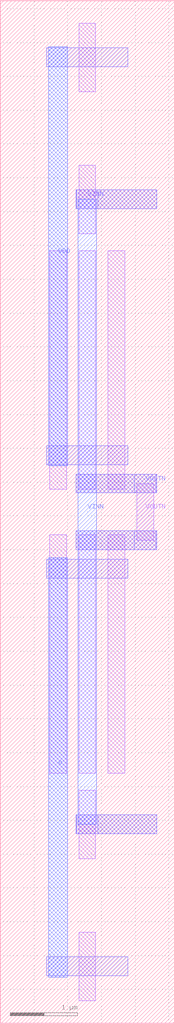
<source format=lef>
MACRO INVERTER
  ORIGIN 0 0 ;
  FOREIGN INVERTER 0 0 ;
  SIZE 2.58 BY 15.12 ;
  PIN VINN
    DIRECTION INOUT ;
    USE SIGNAL ;
    PORT 
      LAYER M2 ;
        RECT 1.12 2.8 2.32 3.08 ;
      LAYER M2 ;
        RECT 1.12 12.04 2.32 12.32 ;
      LAYER M2 ;
        RECT 1.13 2.8 1.45 3.08 ;
      LAYER M3 ;
        RECT 1.15 2.94 1.43 12.18 ;
      LAYER M2 ;
        RECT 1.13 12.04 1.45 12.32 ;
    END
  END VINN
  PIN 0
    DIRECTION INOUT ;
    USE SIGNAL ;
    PORT 
      LAYER M3 ;
        RECT 0.72 0.68 1 6.88 ;
    END
  END 0
  PIN VDD
    DIRECTION INOUT ;
    USE SIGNAL ;
    PORT 
      LAYER M3 ;
        RECT 0.72 8.24 1 14.44 ;
    END
  END VDD
  PIN VOUTN
    DIRECTION INOUT ;
    USE SIGNAL ;
    PORT 
      LAYER M2 ;
        RECT 1.12 7 2.32 7.28 ;
      LAYER M2 ;
        RECT 1.12 7.84 2.32 8.12 ;
      LAYER M2 ;
        RECT 1.99 7 2.31 7.28 ;
      LAYER M1 ;
        RECT 2.025 7.14 2.275 7.98 ;
      LAYER M2 ;
        RECT 1.99 7.84 2.31 8.12 ;
    END
  END VOUTN
  OBS 
  LAYER M1 ;
        RECT 1.165 3.695 1.415 7.225 ;
  LAYER M1 ;
        RECT 1.165 2.435 1.415 3.445 ;
  LAYER M1 ;
        RECT 1.165 0.335 1.415 1.345 ;
  LAYER M1 ;
        RECT 1.595 3.695 1.845 7.225 ;
  LAYER M1 ;
        RECT 0.735 3.695 0.985 7.225 ;
  LAYER M2 ;
        RECT 0.69 6.58 1.89 6.86 ;
  LAYER M2 ;
        RECT 0.69 0.7 1.89 0.98 ;
  LAYER M2 ;
        RECT 1.12 7 2.32 7.28 ;
  LAYER M2 ;
        RECT 1.12 2.8 2.32 3.08 ;
  LAYER M3 ;
        RECT 0.72 0.68 1 6.88 ;
  LAYER M1 ;
        RECT 1.165 7.895 1.415 11.425 ;
  LAYER M1 ;
        RECT 1.165 11.675 1.415 12.685 ;
  LAYER M1 ;
        RECT 1.165 13.775 1.415 14.785 ;
  LAYER M1 ;
        RECT 1.595 7.895 1.845 11.425 ;
  LAYER M1 ;
        RECT 0.735 7.895 0.985 11.425 ;
  LAYER M2 ;
        RECT 0.69 8.26 1.89 8.54 ;
  LAYER M2 ;
        RECT 0.69 14.14 1.89 14.42 ;
  LAYER M2 ;
        RECT 1.12 7.84 2.32 8.12 ;
  LAYER M2 ;
        RECT 1.12 12.04 2.32 12.32 ;
  LAYER M3 ;
        RECT 0.72 8.24 1 14.44 ;
  END 
END INVERTER

</source>
